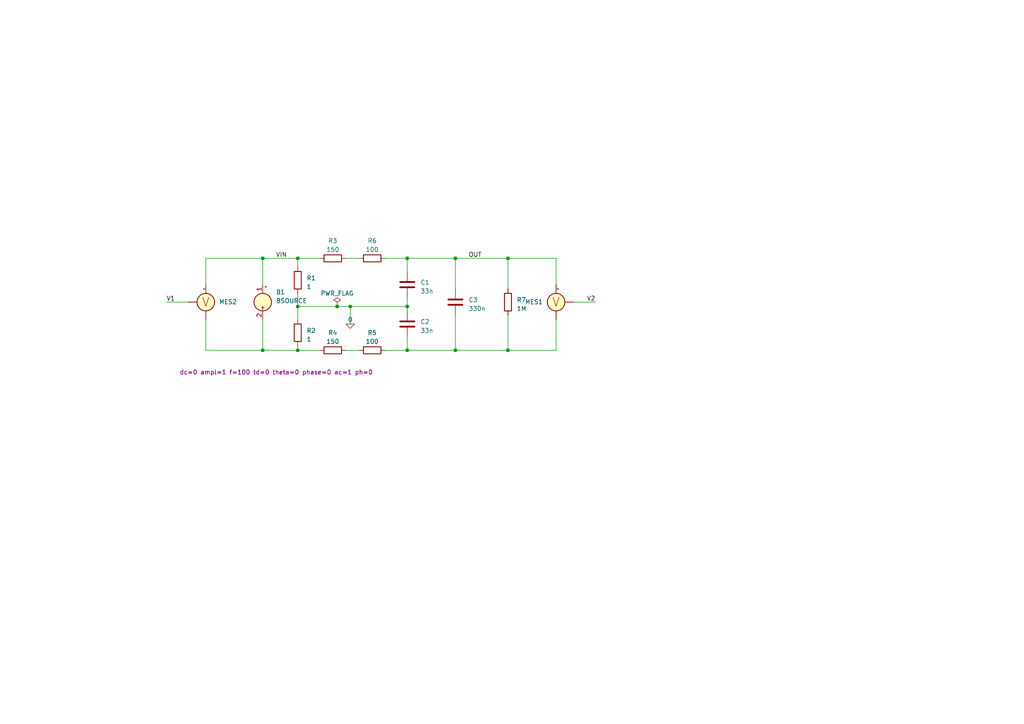
<source format=kicad_sch>
(kicad_sch (version 20230121) (generator eeschema)
  (paper "A4")
  (lib_symbols
    (symbol "Device:C" (pin_numbers hide) (pin_names (offset 0.254))
      (property "Reference" "C" (at 0.635 2.54 0))
      (property "Value" "C" (at 0.635 -2.54 0))
      (symbol "C_0_1"
        (polyline (pts (xy -2.032 -0.762) (xy 2.032 -0.762)) (stroke (width 0.508)))
        (polyline (pts (xy -2.032 0.762) (xy 2.032 0.762)) (stroke (width 0.508)))
      )
      (symbol "C_1_1"
        (pin passive line (at 0 3.81 270) (length 2.794) (name "~") (number "1"))
        (pin passive line (at 0 -3.81 90) (length 2.794) (name "~") (number "2"))
      )
    )
    (symbol "Device:R" (pin_numbers hide) (pin_names (offset 0))
      (property "Reference" "R" (at 2.032 0 90))
      (property "Value" "R" (at 0 0 90))
      (symbol "R_0_1"
        (rectangle (start -1.016 -2.54) (end 1.016 2.54) (stroke (width 0.254)))
      )
      (symbol "R_1_1"
        (pin passive line (at 0 3.81 270) (length 1.27) (name "~") (number "1"))
        (pin passive line (at 0 -3.81 90) (length 1.27) (name "~") (number "2"))
      )
    )
    (symbol "Simulation_SPICE:0" (power) (pin_names (offset 0))
      (property "Value" "0" (at 0 -1.778 0))
      (symbol "0_0_1"
        (polyline (pts (xy -1.27 0) (xy 0 -1.27) (xy 1.27 0) (xy -1.27 0)))
      )
      (symbol "0_1_1"
        (pin power_in line (at 0 0 0) (length 0) hide (name "0") (number "1"))
      )
    )
    (symbol "Simulation_SPICE:BSOURCE" (pin_names (offset 1.016) hide)
      (property "Reference" "B" (at 2.54 2.54 0))
      (property "Value" "BSOURCE" (at 2.54 0 0))
      (property "Sim.Params" "v=1" (at 2.54 -2.54 0))
      (symbol "BSOURCE_0_1"
        (polyline (pts (xy 0 -1.27) (xy 0 -2.286)))
        (polyline (pts (xy 0.254 -1.778) (xy 0 -1.27) (xy -0.254 -1.778)))
        (circle (center 0 0) (radius 2.54) (stroke (width 0.254)) (fill (type background)))
      )
      (symbol "BSOURCE_1_1"
        (polyline (pts (xy 0.635 4.445) (xy 1.143 4.445)))
        (polyline (pts (xy 0.889 4.699) (xy 0.889 4.191)))
        (pin passive line (at 0 5.08 270) (length 2.54) (name "N+") (number "1"))
        (pin passive line (at 0 -5.08 90) (length 2.54) (name "N-") (number "2"))
      )
    )
    (symbol "Simulation_SPICE:VOLTMETER_DIFF" (pin_numbers hide) (pin_names (offset 0.0254) hide) (in_bom no) (on_board no)
      (property "Reference" "MES?" (at -10.16 0 0))
      (symbol "VOLTMETER_DIFF_0_0"
        (text "V" (at 0 0 0) (effects (font (size 2.54 2.54))))
      )
      (symbol "VOLTMETER_DIFF_0_1"
        (polyline (pts (xy 0.254 3.81) (xy 0.762 3.81)))
        (polyline (pts (xy 0.508 4.064) (xy 0.508 3.556)))
        (circle (center 0 0) (radius 2.54) (stroke (width 0.254)) (fill (type background)))
      )
      (symbol "VOLTMETER_DIFF_1_1"
        (pin passive line (at 0 5.08 270) (length 2.54) (name "+") (number "1"))
        (pin passive line (at 0 -5.08 90) (length 2.54) (name "-") (number "2"))
        (pin output line (at 5.08 0 180) (length 2.54) (name "out") (number "3"))
      )
    )
    (symbol "power:PWR_FLAG" (power) (pin_numbers hide) (pin_names (offset 0) hide)
      (property "Value" "PWR_FLAG" (at 0 3.81 0))
      (symbol "PWR_FLAG_0_0"
        (pin power_out line (at 0 0 90) (length 0) (name "pwr") (number "1"))
      )
      (symbol "PWR_FLAG_0_1"
        (polyline (pts (xy 0 0) (xy 0 1.27) (xy -1.016 1.905) (xy 0 2.54) (xy 1.016 1.905) (xy 0 1.27)))
      )
    )
  )
  (junction (at 86.36 74.93))
  (junction (at 76.2 101.6))
  (junction (at 97.79 88.9))
  (junction (at 118.11 74.93))
  (junction (at 86.36 101.6))
  (junction (at 118.11 88.9))
  (junction (at 101.6 88.9))
  (junction (at 147.32 101.6))
  (junction (at 118.11 101.6))
  (junction (at 147.32 74.93))
  (junction (at 132.08 101.6))
  (junction (at 132.08 74.93))
  (junction (at 86.36 88.9))
  (junction (at 76.2 74.93))
  (wire (pts (xy 76.2 74.93) (xy 86.36 74.93)))
  (wire (pts (xy 59.69 92.71) (xy 59.69 101.6)))
  (wire (pts (xy 59.69 82.55) (xy 59.69 74.93)))
  (wire (pts (xy 111.76 74.93) (xy 118.11 74.93)))
  (wire (pts (xy 147.32 101.6) (xy 161.29 101.6)))
  (wire (pts (xy 86.36 74.93) (xy 86.36 77.47)))
  (wire (pts (xy 111.76 101.6) (xy 118.11 101.6)))
  (wire (pts (xy 97.79 88.9) (xy 101.6 88.9)))
  (wire (pts (xy 86.36 101.6) (xy 86.36 100.33)))
  (wire (pts (xy 147.32 74.93) (xy 161.29 74.93)))
  (wire (pts (xy 161.29 74.93) (xy 161.29 82.55)))
  (wire (pts (xy 101.6 88.9) (xy 118.11 88.9)))
  (wire (pts (xy 161.29 101.6) (xy 161.29 92.71)))
  (wire (pts (xy 48.26 87.63) (xy 54.61 87.63)))
  (wire (pts (xy 118.11 86.36) (xy 118.11 88.9)))
  (wire (pts (xy 147.32 74.93) (xy 147.32 83.82)))
  (wire (pts (xy 132.08 91.44) (xy 132.08 101.6)))
  (wire (pts (xy 76.2 92.71) (xy 76.2 101.6)))
  (wire (pts (xy 166.37 87.63) (xy 172.72 87.63)))
  (wire (pts (xy 86.36 74.93) (xy 92.71 74.93)))
  (wire (pts (xy 59.69 74.93) (xy 76.2 74.93)))
  (wire (pts (xy 76.2 74.93) (xy 76.2 82.55)))
  (wire (pts (xy 118.11 88.9) (xy 118.11 90.17)))
  (wire (pts (xy 100.33 74.93) (xy 104.14 74.93)))
  (wire (pts (xy 76.2 101.6) (xy 86.36 101.6)))
  (wire (pts (xy 147.32 101.6) (xy 147.32 91.44)))
  (wire (pts (xy 86.36 88.9) (xy 97.79 88.9)))
  (wire (pts (xy 132.08 74.93) (xy 132.08 83.82)))
  (wire (pts (xy 118.11 74.93) (xy 118.11 78.74)))
  (wire (pts (xy 118.11 97.79) (xy 118.11 101.6)))
  (wire (pts (xy 100.33 101.6) (xy 104.14 101.6)))
  (wire (pts (xy 118.11 101.6) (xy 132.08 101.6)))
  (wire (pts (xy 101.6 88.9) (xy 101.6 93.98)))
  (wire (pts (xy 59.69 101.6) (xy 76.2 101.6)))
  (wire (pts (xy 132.08 74.93) (xy 147.32 74.93)))
  (wire (pts (xy 86.36 101.6) (xy 92.71 101.6)))
  (wire (pts (xy 86.36 88.9) (xy 86.36 92.71)))
  (wire (pts (xy 132.08 101.6) (xy 147.32 101.6)))
  (wire (pts (xy 118.11 74.93) (xy 132.08 74.93)))
  (wire (pts (xy 86.36 85.09) (xy 86.36 88.9)))
  (label "VIN" (at 80.01 74.93 0))
  (label "OUT" (at 135.89 74.93 0))
  (label "V2" (at 170.18 87.63 0))
  (label "V1" (at 48.26 87.63 0))
  (symbol (lib_id "Device:R") (at 107.95 101.6 90) (unit 1)
    (property "Reference" "R5" (at 107.95 96.52 90))
    (property "Value" "100" (at 107.95 99.06 90))
    (property "Sim.Device" "R" (effects hide))
    (property "Sim.Pins" "1=+ 2=-" (effects hide))
  )
  (symbol (lib_id "Device:R") (at 86.36 81.28 0) (unit 1)
    (property "Reference" "R1" (at 88.9 80.645 0) (effects (justify left)))
    (property "Value" "1" (at 88.9 83.185 0) (effects (justify left)))
    (property "Sim.Device" "R" (effects hide))
    (property "Sim.Pins" "1=+ 2=-" (effects hide))
  )
  (symbol (lib_id "Device:R") (at 107.95 74.93 90) (unit 1)
    (property "Reference" "R6" (at 107.95 69.85 90))
    (property "Value" "100" (at 107.95 72.39 90))
    (property "Sim.Device" "R" (effects hide))
    (property "Sim.Pins" "1=+ 2=-" (effects hide))
  )
  (symbol (lib_id "Device:R") (at 96.52 74.93 90) (unit 1)
    (property "Reference" "R3" (at 96.52 69.85 90))
    (property "Value" "150" (at 96.52 72.39 90))
    (property "Sim.Device" "R" (effects hide))
    (property "Sim.Pins" "1=+ 2=-" (effects hide))
  )
  (symbol (lib_id "Device:C") (at 118.11 93.98 0) (unit 1)
    (property "Reference" "C2" (at 121.92 93.345 0) (effects (justify left)))
    (property "Value" "33n" (at 121.92 95.885 0) (effects (justify left)))
  )
  (symbol (lib_id "Simulation_SPICE:VOLTMETER_DIFF") (at 59.69 87.63 0) (mirror y) (unit 1) (in_bom no) (on_board no)
    (property "Reference" "MES2" (at 63.5 87.5665 0) (effects (justify right)))
    (property "Value" "VOLTMETER_DIFF" (effects hide))
    (property "Datasheet" "https://ngspice.sourceforge.io/docs/ngspice-manual.pdf" (effects hide))
    (property "Sim.Name" "kicad_builtin_vdiff" (effects hide))
    (property "Sim.Device" "SUBCKT" (effects hide))
    (property "Sim.Pins" "1=1 2=2 3=3" (effects hide))
    (property "Sim.Library" "${KICAD7_SYMBOL_DIR}/Simulation_SPICE.sp" (effects hide))
  )
  (symbol (lib_id "Device:C") (at 118.11 82.55 0) (unit 1)
    (property "Reference" "C1" (at 121.92 81.915 0) (effects (justify left)))
    (property "Value" "33n" (at 121.92 84.455 0) (effects (justify left)))
  )
  (symbol (lib_id "Device:R") (at 86.36 96.52 0) (unit 1)
    (property "Reference" "R2" (at 88.9 95.885 0) (effects (justify left)))
    (property "Value" "1" (at 88.9 98.425 0) (effects (justify left)))
    (property "Sim.Device" "R" (effects hide))
    (property "Sim.Pins" "1=+ 2=-" (effects hide))
  )
  (symbol (lib_id "Simulation_SPICE:BSOURCE") (at 76.2 87.63 0) (unit 1)
    (property "Reference" "B1" (at 80.01 84.709 0) (effects (justify left)))
    (property "Value" "BSOURCE" (at 80.01 87.249 0) (effects (justify left)))
    (property "Datasheet" "https://ngspice.sourceforge.io/docs.html" (effects hide))
    (property "Sim.Device" "V" (effects hide))
    (property "Sim.Type" "SIN" (effects hide))
    (property "Sim.Pins" "1=+ 2=-" (effects hide))
    (property "Sim.Params" "dc=0 ampl=1 f=100 td=0 theta=0 phase=0 ac=1 ph=0" (at 52.07 107.95 0) (effects (justify left)))
  )
  (symbol (lib_id "Device:R") (at 147.32 87.63 180) (unit 1)
    (property "Reference" "R7" (at 149.86 86.995 0) (effects (justify right)))
    (property "Value" "1M" (at 149.86 89.535 0) (effects (justify right)))
    (property "Sim.Device" "R" (effects hide))
    (property "Sim.Pins" "1=+ 2=-" (effects hide))
  )
  (symbol (lib_id "Simulation_SPICE:0") (at 101.6 93.98 0) (unit 1)
    (property "Reference" "#GND01" (effects hide))
    (property "Value" "0" (at 101.6 92.71 0))
  )
  (symbol (lib_id "power:PWR_FLAG") (at 97.79 88.9 0) (unit 1)
    (property "Reference" "#FLG01" (effects hide))
    (property "Value" "PWR_FLAG" (at 97.79 85.09 0))
  )
  (symbol (lib_id "Device:C") (at 132.08 87.63 0) (unit 1)
    (property "Reference" "C3" (at 135.89 86.995 0) (effects (justify left)))
    (property "Value" "330n" (at 135.89 89.535 0) (effects (justify left)))
    (property "Sim.Device" "C" (effects hide))
    (property "Sim.Pins" "1=+ 2=-" (effects hide))
  )
  (symbol (lib_id "Simulation_SPICE:VOLTMETER_DIFF") (at 161.29 87.63 0) (unit 1) (in_bom no) (on_board no)
    (property "Reference" "MES1" (at 157.48 87.5665 0) (effects (justify right)))
    (property "Value" "VOLTMETER_DIFF" (effects hide))
    (property "Datasheet" "https://ngspice.sourceforge.io/docs/ngspice-manual.pdf" (effects hide))
    (property "Sim.Name" "kicad_builtin_vdiff" (effects hide))
    (property "Sim.Device" "SUBCKT" (effects hide))
    (property "Sim.Pins" "1=1 2=2 3=3" (effects hide))
    (property "Sim.Library" "${KICAD7_SYMBOL_DIR}/Simulation_SPICE.sp" (effects hide))
  )
  (symbol (lib_id "Device:R") (at 96.52 101.6 90) (unit 1)
    (property "Reference" "R4" (at 96.52 96.52 90))
    (property "Value" "150" (at 96.52 99.06 90))
    (property "Sim.Device" "R" (effects hide))
    (property "Sim.Pins" "1=+ 2=-" (effects hide))
  )
)
</source>
